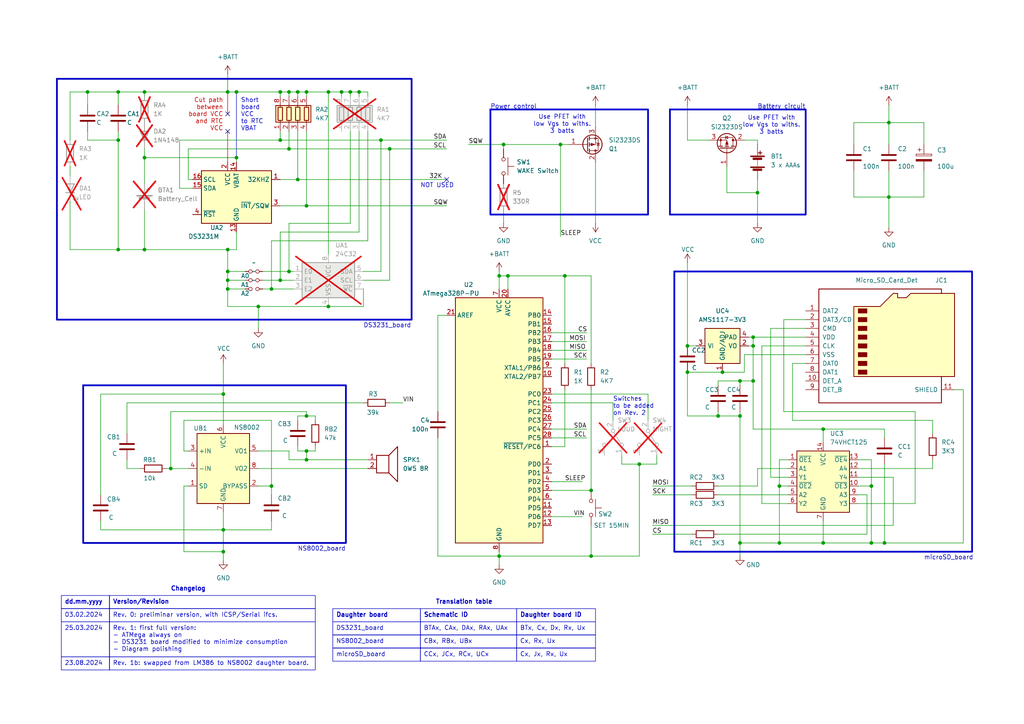
<source format=kicad_sch>
(kicad_sch (version 20231120) (generator "eeschema") (generator_version "8.0")
  (paper "A4")
  (title_block (title "Seikosha80 Westminster Chimer") (rev "1b") (comment 1 "and \"http://gammon.com.au/images/Arduino/HHS_Temperature_Logger1.png\"") (comment 2 "Loosely based on \"http://www.gammon.com.au/forum/?id=12106\""))
  (lib_symbols
    (symbol "+BATT_1" (power) (pin_names (offset 0))
      (property "Value" "+BATT_1" (at 0 5.08 0))
      (symbol "+BATT_1_1_1"
        (pin power_in line (at 0 0 90) (length 0) hide (name "+BATT") (number "1"))
      )
    )
    (symbol "AMS1117-3V3:AMS1117-3V3" (pin_names (offset 0.762))
      (property "Reference" "U" (at 2.54 -6.35 0))
      (property "Value" "AMS1117-3V3" (at 0 6.35 0))
      (property "Datasheet" "http://www.ti.com/lit/ds/symlink/lm1117.pdf" (at 2.54 -6.35 0))
      (symbol "AMS1117-3V3_1_1"
        (pin passive line (at 0 -7.62 90) (length 2.54) (name "GND/ADJ") (number "1"))
        (pin power_out line (at 7.62 0 180) (length 2.54) (name "VO") (number "2"))
        (pin power_in line (at -7.62 0 0) (length 2.54) (name "VI") (number "3"))
        (pin power_out line (at 7.62 2.54 180) (length 2.54) (name "PAD") (number "4"))
      )
    )
    (symbol "Amplifier_Audio:LM4810"
      (property "Reference" "U1" (at 2.1941 15.24 0))
      (property "Value" "NS8002" (at 2.1941 12.7 0))
      (symbol "LM4810_1_1"
        (pin input line (at -10.16 -5.08 0) (length 2.54) (name "SD") (number "1"))
        (pin passive line (at 10.16 -5.08 180) (length 2.54) (name "BYPASS") (number "2"))
        (pin input line (at -10.16 5.08 0) (length 2.54) (name "+IN") (number "3"))
        (pin input line (at -10.16 0 0) (length 2.54) (name "-IN") (number "4"))
        (pin output line (at 10.16 5.08 180) (length 2.54) (name "VO1") (number "5"))
        (pin power_in line (at 0 12.7 270) (length 2.54) (name "VCC") (number "6"))
        (pin power_in line (at 0 -12.7 90) (length 2.54) (name "GND") (number "7"))
        (pin output line (at 10.16 0 180) (length 2.54) (name "VO2") (number "8"))
      )
    )
    (symbol "Connector:Micro_SD_Card_Det" (pin_names (offset 1.016))
      (property "Reference" "J" (at -16.51 17.78 0))
      (property "Value" "Micro_SD_Card_Det" (at 16.51 17.78 0))
      (symbol "Micro_SD_Card_Det_1_1"
        (pin bidirectional line (at -22.86 10.16 0) (length 3.81) (name "DAT2") (number "1"))
        (pin passive line (at -22.86 -10.16 0) (length 3.81) (name "DET_A") (number "10"))
        (pin passive line (at 20.32 -12.7 180) (length 3.81) (name "SHIELD") (number "11"))
        (pin bidirectional line (at -22.86 7.62 0) (length 3.81) (name "DAT3/CD") (number "2"))
        (pin input line (at -22.86 5.08 0) (length 3.81) (name "CMD") (number "3"))
        (pin power_in line (at -22.86 2.54 0) (length 3.81) (name "VDD") (number "4"))
        (pin input line (at -22.86 0 0) (length 3.81) (name "CLK") (number "5"))
        (pin power_in line (at -22.86 -2.54 0) (length 3.81) (name "VSS") (number "6"))
        (pin bidirectional line (at -22.86 -5.08 0) (length 3.81) (name "DAT0") (number "7"))
        (pin bidirectional line (at -22.86 -7.62 0) (length 3.81) (name "DAT1") (number "8"))
        (pin passive line (at -22.86 -12.7 0) (length 3.81) (name "DET_B") (number "9"))
      )
    )
    (symbol "Device:Battery" (pin_numbers hide) (pin_names (offset 0) hide)
      (property "Reference" "BT" (at 2.54 2.54 0))
      (property "Value" "Battery" (at 2.54 0 0))
      (symbol "Battery_1_1"
        (pin passive line (at 0 5.08 270) (length 2.54) (name "+") (number "1"))
        (pin passive line (at 0 -5.08 90) (length 2.54) (name "-") (number "2"))
      )
    )
    (symbol "Device:Battery_Cell" (pin_numbers hide) (pin_names (offset 0) hide)
      (property "Reference" "BT" (at 2.54 2.54 0))
      (property "Value" "Battery_Cell" (at 2.54 0 0))
      (symbol "Battery_Cell_1_1"
        (pin passive line (at 0 5.08 270) (length 2.54) (name "+") (number "1"))
        (pin passive line (at 0 -2.54 90) (length 2.54) (name "-") (number "2"))
      )
    )
    (symbol "Device:C" (pin_numbers hide) (pin_names (offset 0.254))
      (property "Reference" "C" (at 0.635 2.54 0))
      (property "Value" "C" (at 0.635 -2.54 0))
      (symbol "C_1_1"
        (pin passive line (at 0 3.81 270) (length 2.794) (name "~") (number "1"))
        (pin passive line (at 0 -3.81 90) (length 2.794) (name "~") (number "2"))
      )
    )
    (symbol "Device:CP" (pin_numbers hide) (pin_names (offset 0.254))
      (property "Reference" "C" (at 0.635 2.54 0))
      (property "Value" "CP" (at 0.635 -2.54 0))
      (symbol "CP_1_1"
        (pin passive line (at 0 3.81 270) (length 2.794) (name "~") (number "1"))
        (pin passive line (at 0 -3.81 90) (length 2.794) (name "~") (number "2"))
      )
    )
    (symbol "Device:Jumper_NO_Small" (pin_numbers hide) (pin_names (offset 0.762) hide)
      (property "Reference" "JP" (at 0 2.032 0))
      (property "Value" "Jumper_NO_Small" (at 0.254 -1.524 0))
      (symbol "Jumper_NO_Small_0_1"
        (pin passive line (at -2.54 0 0) (length 1.016) (name "1") (number "1"))
        (pin passive line (at 2.54 0 180) (length 1.016) (name "2") (number "2"))
      )
    )
    (symbol "Device:LED" (pin_numbers hide) (pin_names (offset 1.016) hide)
      (property "Reference" "D" (at 0 2.54 0))
      (property "Value" "LED" (at 0 -2.54 0))
      (symbol "LED_1_1"
        (pin passive line (at -3.81 0 0) (length 2.54) (name "K") (number "1"))
        (pin passive line (at 3.81 0 180) (length 2.54) (name "A") (number "2"))
      )
    )
    (symbol "Device:R" (pin_numbers hide) (pin_names (offset 0))
      (property "Reference" "R" (at 2.032 0 90))
      (property "Value" "R" (at 0 0 90))
      (symbol "R_1_1"
        (pin passive line (at 0 3.81 270) (length 1.27) (name "~") (number "1"))
        (pin passive line (at 0 -3.81 90) (length 1.27) (name "~") (number "2"))
      )
    )
    (symbol "Device:R_Pack04" (pin_names (offset 0) hide)
      (property "Reference" "RN" (at -7.62 0 90))
      (property "Value" "R_Pack04" (at 5.08 0 90))
      (symbol "R_Pack04_1_1"
        (pin passive line (at -5.08 -5.08 90) (length 2.54) (name "R1.1") (number "1"))
        (pin passive line (at -2.54 -5.08 90) (length 2.54) (name "R2.1") (number "2"))
        (pin passive line (at 0 -5.08 90) (length 2.54) (name "R3.1") (number "3"))
        (pin passive line (at 2.54 -5.08 90) (length 2.54) (name "R4.1") (number "4"))
        (pin passive line (at 2.54 5.08 270) (length 2.54) (name "R4.2") (number "5"))
        (pin passive line (at 0 5.08 270) (length 2.54) (name "R3.2") (number "6"))
        (pin passive line (at -2.54 5.08 270) (length 2.54) (name "R2.2") (number "7"))
        (pin passive line (at -5.08 5.08 270) (length 2.54) (name "R1.2") (number "8"))
      )
    )
    (symbol "Device:Speaker" (pin_names (offset 0) hide)
      (property "Reference" "LS" (at 1.27 5.715 0))
      (property "Value" "Speaker" (at 1.27 3.81 0))
      (symbol "Speaker_1_1"
        (pin input line (at -5.08 0 0) (length 2.54) (name "1") (number "1"))
        (pin input line (at -5.08 -2.54 0) (length 2.54) (name "2") (number "2"))
      )
    )
    (symbol "Diode:1N4148" (pin_numbers hide) (pin_names (offset 1.016) hide)
      (property "Reference" "D" (at 0 2.54 0))
      (property "Value" "1N4148" (at 0 -2.54 0))
      (symbol "1N4148_1_1"
        (pin passive line (at -3.81 0 0) (length 2.54) (name "K") (number "1"))
        (pin passive line (at 3.81 0 180) (length 2.54) (name "A") (number "2"))
      )
    )
    (symbol "MCU_Microchip_ATmega:ATmega328P-P"
      (property "Reference" "U" (at -12.7 36.83 0))
      (property "Value" "ATmega328P-P" (at 2.54 -36.83 0))
      (symbol "ATmega328P-P_1_1"
        (pin bidirectional line (at 15.24 -7.62 180) (length 2.54) (name "~{RESET}/PC6") (number "1"))
        (pin bidirectional line (at 15.24 12.7 180) (length 2.54) (name "XTAL2/PB7") (number "10"))
        (pin bidirectional line (at 15.24 -25.4 180) (length 2.54) (name "PD5") (number "11"))
        (pin bidirectional line (at 15.24 -27.94 180) (length 2.54) (name "PD6") (number "12"))
        (pin bidirectional line (at 15.24 -30.48 180) (length 2.54) (name "PD7") (number "13"))
        (pin bidirectional line (at 15.24 30.48 180) (length 2.54) (name "PB0") (number "14"))
        (pin bidirectional line (at 15.24 27.94 180) (length 2.54) (name "PB1") (number "15"))
        (pin bidirectional line (at 15.24 25.4 180) (length 2.54) (name "PB2") (number "16"))
        (pin bidirectional line (at 15.24 22.86 180) (length 2.54) (name "PB3") (number "17"))
        (pin bidirectional line (at 15.24 20.32 180) (length 2.54) (name "PB4") (number "18"))
        (pin bidirectional line (at 15.24 17.78 180) (length 2.54) (name "PB5") (number "19"))
        (pin bidirectional line (at 15.24 -12.7 180) (length 2.54) (name "PD0") (number "2"))
        (pin power_in line (at 2.54 38.1 270) (length 2.54) (name "AVCC") (number "20"))
        (pin passive line (at -15.24 30.48 0) (length 2.54) (name "AREF") (number "21"))
        (pin passive line (at 0 -38.1 90) (length 2.54) hide (name "GND") (number "22"))
        (pin bidirectional line (at 15.24 7.62 180) (length 2.54) (name "PC0") (number "23"))
        (pin bidirectional line (at 15.24 5.08 180) (length 2.54) (name "PC1") (number "24"))
        (pin bidirectional line (at 15.24 2.54 180) (length 2.54) (name "PC2") (number "25"))
        (pin bidirectional line (at 15.24 0 180) (length 2.54) (name "PC3") (number "26"))
        (pin bidirectional line (at 15.24 -2.54 180) (length 2.54) (name "PC4") (number "27"))
        (pin bidirectional line (at 15.24 -5.08 180) (length 2.54) (name "PC5") (number "28"))
        (pin bidirectional line (at 15.24 -15.24 180) (length 2.54) (name "PD1") (number "3"))
        (pin bidirectional line (at 15.24 -17.78 180) (length 2.54) (name "PD2") (number "4"))
        (pin bidirectional line (at 15.24 -20.32 180) (length 2.54) (name "PD3") (number "5"))
        (pin bidirectional line (at 15.24 -22.86 180) (length 2.54) (name "PD4") (number "6"))
        (pin power_in line (at 0 38.1 270) (length 2.54) (name "VCC") (number "7"))
        (pin power_in line (at 0 -38.1 90) (length 2.54) (name "GND") (number "8"))
        (pin bidirectional line (at 15.24 15.24 180) (length 2.54) (name "XTAL1/PB6") (number "9"))
      )
    )
    (symbol "Memory_EEPROM:CAT24C256"
      (property "Reference" "U3" (at 1.9559 10.16 0))
      (property "Value" "74VHCT125" (at 1.9559 7.62 0))
      (symbol "CAT24C256_1_1"
        (pin input line (at -10.16 2.54 0) (length 2.54) (name "~{OE1}") (number "1"))
        (pin input line (at 10.16 -5.08 180) (length 2.54) (name "~{OE3}") (number "10"))
        (pin output line (at 10.16 -2.54 180) (length 2.54) (name "Y4") (number "11"))
        (pin input line (at 10.16 0 180) (length 2.54) (name "A4") (number "12"))
        (pin input line (at 10.16 2.54 180) (length 2.54) (name "~{OE4}") (number "13"))
        (pin power_in line (at 0 7.62 270) (length 2.54) (name "VCC") (number "14"))
        (pin input line (at -10.16 0 0) (length 2.54) (name "A1") (number "2"))
        (pin output line (at -10.16 -2.54 0) (length 2.54) (name "Y1") (number "3"))
        (pin input line (at -10.16 -5.08 0) (length 2.54) (name "~{OE2}") (number "4"))
        (pin input line (at -10.16 -7.62 0) (length 2.54) (name "A2") (number "5"))
        (pin output line (at -10.16 -10.16 0) (length 2.54) (name "Y2") (number "6"))
        (pin power_in line (at 0 -15.24 90) (length 2.54) (name "GND") (number "7"))
        (pin output line (at 10.16 -10.16 180) (length 2.54) (name "Y3") (number "8"))
        (pin input line (at 10.16 -7.62 180) (length 2.54) (name "A3") (number "9"))
      )
    )
    (symbol "Memory_EEPROM:M24C02-FDW"
      (property "Reference" "U" (at -6.35 6.35 0))
      (property "Value" "M24C02-FDW" (at 7.62 6.35 0))
      (symbol "M24C02-FDW_1_1"
        (pin input line (at -10.16 2.54 0) (length 2.54) (name "E0") (number "1"))
        (pin input line (at -10.16 0 0) (length 2.54) (name "E1") (number "2"))
        (pin input line (at -10.16 -2.54 0) (length 2.54) (name "E2") (number "3"))
        (pin power_in line (at 0 -7.62 90) (length 2.54) (name "VSS") (number "4"))
        (pin bidirectional line (at 10.16 2.54 180) (length 2.54) (name "SDA") (number "5"))
        (pin input line (at 10.16 0 180) (length 2.54) (name "SCL") (number "6"))
        (pin input line (at 10.16 -2.54 180) (length 2.54) (name "~{WC}") (number "7"))
        (pin power_in line (at 0 7.62 270) (length 2.54) (name "VCC") (number "8"))
      )
    )
    (symbol "Switch:SW_Push" (pin_numbers hide) (pin_names (offset 1.016) hide)
      (property "Reference" "SW" (at 1.27 2.54 0))
      (property "Value" "SW_Push" (at 0 -1.524 0))
      (symbol "SW_Push_0_1"
        (pin passive line (at -5.08 0 0) (length 2.54) (name "1") (number "1"))
        (pin passive line (at 5.08 0 180) (length 2.54) (name "2") (number "2"))
      )
    )
    (symbol "Switch:SW_SPDT" (pin_names (offset 0) hide)
      (property "Reference" "SW" (at 0 4.318 0))
      (property "Value" "SW_SPDT" (at 0 -5.08 0))
      (symbol "SW_SPDT_1_1"
        (pin passive line (at 5.08 2.54 180) (length 2.54) (name "A") (number "1"))
        (pin passive line (at -5.08 0 0) (length 2.54) (name "B") (number "2"))
        (pin passive line (at 5.08 -2.54 180) (length 2.54) (name "C") (number "3"))
      )
    )
    (symbol "Timer_RTC:DS3231M"
      (property "Reference" "U" (at -7.62 8.89 0))
      (property "Value" "DS3231M" (at 10.16 8.89 0))
      (symbol "DS3231M_1_1"
        (pin open_collector line (at 12.7 5.08 180) (length 2.54) (name "32KHZ") (number "1"))
        (pin passive line (at 0 -10.16 90) (length 2.54) hide (name "GND") (number "10"))
        (pin passive line (at 0 -10.16 90) (length 2.54) hide (name "GND") (number "11"))
        (pin passive line (at 0 -10.16 90) (length 2.54) hide (name "GND") (number "12"))
        (pin power_in line (at 0 -10.16 90) (length 2.54) (name "GND") (number "13"))
        (pin power_in line (at 0 10.16 270) (length 2.54) (name "VBAT") (number "14"))
        (pin bidirectional line (at -12.7 2.54 0) (length 2.54) (name "SDA") (number "15"))
        (pin input line (at -12.7 5.08 0) (length 2.54) (name "SCL") (number "16"))
        (pin power_in line (at -2.54 10.16 270) (length 2.54) (name "VCC") (number "2"))
        (pin open_collector line (at 12.7 -2.54 180) (length 2.54) (name "~{INT}/SQW") (number "3"))
        (pin bidirectional line (at -12.7 -5.08 0) (length 2.54) (name "~{RST}") (number "4"))
        (pin passive line (at 0 -10.16 90) (length 2.54) hide (name "GND") (number "5"))
        (pin passive line (at 0 -10.16 90) (length 2.54) hide (name "GND") (number "6"))
        (pin passive line (at 0 -10.16 90) (length 2.54) hide (name "GND") (number "7"))
        (pin passive line (at 0 -10.16 90) (length 2.54) hide (name "GND") (number "8"))
        (pin passive line (at 0 -10.16 90) (length 2.54) hide (name "GND") (number "9"))
      )
    )
    (symbol "Transistor_FET:FQP27P06" (pin_names hide)
      (property "Reference" "Q" (at 5.08 1.905 0))
      (property "Value" "FQP27P06" (at 5.08 0 0))
      (symbol "FQP27P06_1_1"
        (pin input line (at -5.08 0 0) (length 2.54) (name "G") (number "1"))
        (pin passive line (at 2.54 5.08 270) (length 2.54) (name "D") (number "2"))
        (pin passive line (at 2.54 -5.08 90) (length 2.54) (name "S") (number "3"))
      )
    )
    (symbol "power:+BATT" (power) (pin_names (offset 0))
      (property "Value" "+BATT" (at 0 3.556 0))
      (symbol "+BATT_1_1"
        (pin power_in line (at 0 0 90) (length 0) hide (name "+BATT") (number "1"))
      )
    )
    (symbol "power:GND" (power) (pin_names (offset 0))
      (property "Value" "GND" (at 0 -3.81 0))
      (symbol "GND_1_1"
        (pin power_in line (at 0 0 270) (length 0) hide (name "GND") (number "1"))
      )
    )
    (symbol "power:VCC" (power) (pin_names (offset 0))
      (property "Value" "VCCSW" (at 0 5.08 0))
      (symbol "VCC_1_1"
        (pin power_in line (at 0 0 90) (length 0) hide (name "VCC") (number "1"))
      )
    )
  )
  (junction (at 78.74 140.97))
  (junction (at 64.77 160.02))
  (junction (at 163.83 80.01))
  (junction (at 226.06 157.48))
  (junction (at 83.82 26.67))
  (junction (at 78.74 83.82))
  (junction (at 171.45 142.24))
  (junction (at 219.71 55.88))
  (junction (at 25.4 26.67))
  (junction (at 34.29 72.39))
  (junction (at 257.81 57.15))
  (junction (at 86.36 52.07))
  (junction (at 83.82 78.74))
  (junction (at 162.56 41.91))
  (junction (at 88.9 59.69))
  (junction (at 199.39 100.33))
  (junction (at 147.32 80.01))
  (junction (at 238.76 157.48))
  (junction (at 41.91 26.67))
  (junction (at 199.39 107.95))
  (junction (at 208.28 120.65))
  (junction (at 218.44 110.49))
  (junction (at 88.9 26.67))
  (junction (at 74.93 88.9))
  (junction (at 218.44 100.33))
  (junction (at 66.04 81.28))
  (junction (at 214.63 157.48))
  (junction (at 110.49 40.64))
  (junction (at 256.54 157.48))
  (junction (at 41.91 72.39))
  (junction (at 81.28 40.64))
  (junction (at 238.76 124.46))
  (junction (at 83.82 43.18))
  (junction (at 101.6 26.67))
  (junction (at 252.73 140.97))
  (junction (at 104.14 26.67))
  (junction (at 209.55 107.95))
  (junction (at 34.29 26.67))
  (junction (at 66.04 72.39))
  (junction (at 68.58 26.67))
  (junction (at 81.28 81.28))
  (junction (at 88.9 133.35))
  (junction (at 41.91 45.72))
  (junction (at 171.45 161.29))
  (junction (at 99.06 26.67))
  (junction (at 95.25 88.9))
  (junction (at 66.04 78.74))
  (junction (at 146.05 41.91))
  (junction (at 66.04 83.82))
  (junction (at 113.03 43.18))
  (junction (at 81.28 26.67))
  (junction (at 68.58 45.72))
  (junction (at 49.53 135.89))
  (junction (at 226.06 140.97))
  (junction (at 86.36 26.67))
  (junction (at 252.73 157.48))
  (junction (at 257.81 35.56))
  (junction (at 144.78 161.29))
  (junction (at 66.04 26.67))
  (junction (at 95.25 26.67))
  (junction (at 34.29 40.64))
  (junction (at 144.78 80.01))
  (junction (at 88.9 120.65))
  (junction (at 218.44 97.79))
  (junction (at 88.9 130.81))
  (junction (at 214.63 120.65))
  (junction (at 185.42 134.62))
  (junction (at 214.63 110.49))
  (junction (at 64.77 153.67))
  (junction (at 64.77 114.3))
  (no_connect (at 66.04 33.02))
  (no_connect (at 129.54 52.07))
  (no_connect (at 66.04 38.1))
  (wire (pts (xy 267.97 57.15) (xy 257.81 57.15)))
  (wire (pts (xy 218.44 100.33) (xy 218.44 110.49)))
  (wire (pts (xy 257.81 57.15) (xy 257.81 66.04)))
  (wire (pts (xy 88.9 133.35) (xy 83.82 133.35)))
  (wire (pts (xy 64.77 114.3) (xy 64.77 123.19)))
  (wire (pts (xy 162.56 41.91) (xy 162.56 68.58)))
  (wire (pts (xy 68.58 26.67) (xy 68.58 45.72)) (stroke (width 0) (color 0 0 194 1)))
  (wire (pts (xy 214.63 110.49) (xy 214.63 111.76)))
  (wire (pts (xy 233.68 105.41) (xy 229.87 105.41)))
  (wire (pts (xy 180.34 132.08) (xy 180.34 134.62)))
  (wire (pts (xy 208.28 154.94) (xy 251.46 154.94)))
  (wire (pts (xy 88.9 130.81) (xy 91.44 130.81)))
  (wire (pts (xy 25.4 26.67) (xy 34.29 26.67)))
  (wire (pts (xy 83.82 43.18) (xy 113.03 43.18)))
  (wire (pts (xy 199.39 40.64) (xy 205.74 40.64)))
  (wire (pts (xy 171.45 152.4) (xy 171.45 161.29)))
  (wire (pts (xy 86.36 52.07) (xy 81.28 52.07)))
  (wire (pts (xy 248.92 140.97) (xy 252.73 140.97)))
  (wire (pts (xy 78.74 69.85) (xy 78.74 83.82)))
  (wire (pts (xy 36.83 133.35) (xy 36.83 135.89)))
  (wire (pts (xy 247.65 57.15) (xy 257.81 57.15)))
  (wire (pts (xy 86.36 130.81) (xy 88.9 130.81)))
  (wire (pts (xy 104.14 26.67) (xy 106.68 26.67)))
  (wire (pts (xy 41.91 45.72) (xy 41.91 53.34)))
  (wire (pts (xy 36.83 116.84) (xy 105.41 116.84)))
  (wire (pts (xy 189.23 154.94) (xy 200.66 154.94)))
  (wire (pts (xy 81.28 40.64) (xy 110.49 40.64)))
  (wire (pts (xy 64.77 160.02) (xy 64.77 162.56)))
  (wire (pts (xy 49.53 119.38) (xy 88.9 119.38)))
  (wire (pts (xy 127 127) (xy 127 161.29)))
  (wire (pts (xy 88.9 26.67) (xy 95.25 26.67)))
  (wire (pts (xy 177.8 116.84) (xy 177.8 121.92)))
  (wire (pts (xy 189.23 152.4) (xy 259.08 152.4)))
  (wire (pts (xy 160.02 142.24) (xy 171.45 142.24)))
  (wire (pts (xy 95.25 26.67) (xy 99.06 26.67)))
  (wire (pts (xy 76.2 83.82) (xy 78.74 83.82)))
  (wire (pts (xy 187.96 114.3) (xy 187.96 121.92)))
  (wire (pts (xy 64.77 114.3) (xy 29.21 114.3)))
  (wire (pts (xy 218.44 124.46) (xy 238.76 124.46)))
  (wire (pts (xy 210.82 55.88) (xy 219.71 55.88)))
  (wire (pts (xy 41.91 45.72) (xy 68.58 45.72)))
  (wire (pts (xy 228.6 135.89) (xy 219.71 135.89)))
  (wire (pts (xy 160.02 149.86) (xy 168.91 149.86)))
  (wire (pts (xy 34.29 38.1) (xy 34.29 40.64)))
  (wire (pts (xy 199.39 120.65) (xy 199.39 107.95)))
  (wire (pts (xy 256.54 157.48) (xy 252.73 157.48)))
  (wire (pts (xy 81.28 81.28) (xy 85.09 81.28)))
  (wire (pts (xy 259.08 138.43) (xy 259.08 152.4)))
  (wire (pts (xy 279.4 113.03) (xy 279.4 157.48)))
  (wire (pts (xy 189.23 140.97) (xy 200.66 140.97)))
  (wire (pts (xy 68.58 72.39) (xy 68.58 67.31)))
  (wire (pts (xy 66.04 26.67) (xy 68.58 26.67)))
  (wire (pts (xy 247.65 41.91) (xy 247.65 35.56)))
  (wire (pts (xy 81.28 40.64) (xy 81.28 38.1)))
  (wire (pts (xy 53.34 121.92) (xy 78.74 121.92)))
  (wire (pts (xy 248.92 133.35) (xy 252.73 133.35)))
  (wire (pts (xy 86.36 121.92) (xy 86.36 120.65)))
  (wire (pts (xy 144.78 161.29) (xy 144.78 163.83)))
  (wire (pts (xy 113.03 43.18) (xy 129.54 43.18)))
  (wire (pts (xy 160.02 114.3) (xy 187.96 114.3)))
  (wire (pts (xy 36.83 116.84) (xy 36.83 125.73)))
  (wire (pts (xy 147.32 80.01) (xy 144.78 80.01)))
  (wire (pts (xy 86.36 129.54) (xy 86.36 130.81)))
  (wire (pts (xy 99.06 26.67) (xy 101.6 26.67)))
  (wire (pts (xy 279.4 157.48) (xy 256.54 157.48)))
  (wire (pts (xy 66.04 81.28) (xy 66.04 83.82)))
  (wire (pts (xy 88.9 26.67) (xy 88.9 27.94)))
  (wire (pts (xy 146.05 41.91) (xy 162.56 41.91)))
  (wire (pts (xy 144.78 161.29) (xy 171.45 161.29)))
  (wire (pts (xy 81.28 67.31) (xy 81.28 81.28)))
  (wire (pts (xy 171.45 105.41) (xy 171.45 80.01)))
  (wire (pts (xy 233.68 100.33) (xy 220.98 100.33)))
  (wire (pts (xy 163.83 80.01) (xy 147.32 80.01)))
  (wire (pts (xy 105.41 83.82) (xy 105.41 88.9)))
  (wire (pts (xy 270.51 135.89) (xy 270.51 133.35)))
  (wire (pts (xy 25.4 26.67) (xy 20.32 26.67)))
  (wire (pts (xy 185.42 134.62) (xy 190.5 134.62)))
  (wire (pts (xy 83.82 78.74) (xy 85.09 78.74)))
  (wire (pts (xy 83.82 26.67) (xy 86.36 26.67)))
  (wire (pts (xy 88.9 59.69) (xy 129.54 59.69)))
  (wire (pts (xy 144.78 80.01) (xy 144.78 83.82)))
  (wire (pts (xy 267.97 49.53) (xy 267.97 57.15)))
  (wire (pts (xy 83.82 133.35) (xy 83.82 130.81)))
  (wire (pts (xy 68.58 26.67) (xy 81.28 26.67)))
  (wire (pts (xy 220.98 146.05) (xy 228.6 146.05)))
  (wire (pts (xy 270.51 121.92) (xy 270.51 125.73)))
  (wire (pts (xy 113.03 116.84) (xy 116.84 116.84)))
  (wire (pts (xy 199.39 30.48) (xy 199.39 40.64)))
  (wire (pts (xy 223.52 95.25) (xy 233.68 95.25)))
  (wire (pts (xy 238.76 128.27) (xy 238.76 124.46)))
  (wire (pts (xy 257.81 30.48) (xy 257.81 35.56)))
  (wire (pts (xy 78.74 151.13) (xy 78.74 153.67)))
  (wire (pts (xy 53.34 140.97) (xy 53.34 160.02)))
  (wire (pts (xy 218.44 97.79) (xy 233.68 97.79)))
  (wire (pts (xy 228.6 133.35) (xy 226.06 133.35)))
  (wire (pts (xy 217.17 100.33) (xy 218.44 100.33)))
  (wire (pts (xy 162.56 41.91) (xy 165.1 41.91)))
  (wire (pts (xy 86.36 120.65) (xy 88.9 120.65)))
  (wire (pts (xy 66.04 83.82) (xy 66.04 88.9)))
  (wire (pts (xy 214.63 157.48) (xy 226.06 157.48)))
  (wire (pts (xy 83.82 130.81) (xy 74.93 130.81)))
  (wire (pts (xy 86.36 52.07) (xy 129.54 52.07)))
  (wire (pts (xy 210.82 48.26) (xy 210.82 55.88)))
  (wire (pts (xy 160.02 101.6) (xy 170.18 101.6)))
  (wire (pts (xy 48.26 135.89) (xy 49.53 135.89)))
  (wire (pts (xy 214.63 157.48) (xy 214.63 161.29)))
  (wire (pts (xy 83.82 43.18) (xy 83.82 38.1)))
  (wire (pts (xy 91.44 120.65) (xy 91.44 121.92)))
  (wire (pts (xy 163.83 105.41) (xy 163.83 80.01)))
  (wire (pts (xy 160.02 124.46) (xy 170.18 124.46)))
  (wire (pts (xy 86.36 26.67) (xy 86.36 27.94)))
  (wire (pts (xy 219.71 40.64) (xy 219.71 41.91)))
  (wire (pts (xy 172.72 46.99) (xy 172.72 64.77)))
  (wire (pts (xy 55.88 52.07) (xy 54.61 52.07)))
  (wire (pts (xy 88.9 119.38) (xy 88.9 120.65)))
  (wire (pts (xy 74.93 95.25) (xy 74.93 88.9)))
  (wire (pts (xy 34.29 72.39) (xy 41.91 72.39)))
  (wire (pts (xy 66.04 83.82) (xy 71.12 83.82)))
  (wire (pts (xy 105.41 78.74) (xy 110.49 78.74)))
  (wire (pts (xy 104.14 67.31) (xy 81.28 67.31)))
  (wire (pts (xy 247.65 35.56) (xy 257.81 35.56)))
  (wire (pts (xy 66.04 26.67) (xy 66.04 33.02)) (stroke (width 0) (color 194 0 0 1)))
  (wire (pts (xy 218.44 97.79) (xy 218.44 100.33)))
  (wire (pts (xy 110.49 78.74) (xy 110.49 40.64)))
  (wire (pts (xy 160.02 116.84) (xy 177.8 116.84)))
  (wire (pts (xy 25.4 26.67) (xy 25.4 30.48)))
  (wire (pts (xy 215.9 107.95) (xy 209.55 107.95)))
  (wire (pts (xy 215.9 102.87) (xy 215.9 107.95)))
  (wire (pts (xy 248.92 143.51) (xy 251.46 143.51)))
  (wire (pts (xy 251.46 143.51) (xy 251.46 154.94)))
  (wire (pts (xy 106.68 26.67) (xy 106.68 27.94)))
  (wire (pts (xy 78.74 153.67) (xy 64.77 153.67)))
  (wire (pts (xy 228.6 138.43) (xy 223.52 138.43)))
  (wire (pts (xy 229.87 105.41) (xy 229.87 121.92)))
  (wire (pts (xy 29.21 114.3) (xy 29.21 143.51)))
  (wire (pts (xy 163.83 129.54) (xy 163.83 113.03)))
  (wire (pts (xy 248.92 138.43) (xy 259.08 138.43)))
  (wire (pts (xy 171.45 113.03) (xy 171.45 142.24)))
  (wire (pts (xy 81.28 26.67) (xy 81.28 27.94)))
  (wire (pts (xy 54.61 52.07) (xy 54.61 43.18)))
  (wire (pts (xy 110.49 40.64) (xy 129.54 40.64)))
  (wire (pts (xy 25.4 40.64) (xy 34.29 40.64)))
  (wire (pts (xy 265.43 146.05) (xy 265.43 119.38)))
  (wire (pts (xy 214.63 110.49) (xy 218.44 110.49)))
  (wire (pts (xy 53.34 130.81) (xy 53.34 121.92)))
  (wire (pts (xy 146.05 41.91) (xy 146.05 43.18)))
  (wire (pts (xy 34.29 26.67) (xy 34.29 30.48)))
  (wire (pts (xy 229.87 121.92) (xy 270.51 121.92)))
  (wire (pts (xy 214.63 120.65) (xy 214.63 157.48)))
  (wire (pts (xy 76.2 78.74) (xy 83.82 78.74)))
  (wire (pts (xy 267.97 41.91) (xy 267.97 35.56)))
  (wire (pts (xy 226.06 140.97) (xy 228.6 140.97)))
  (wire (pts (xy 238.76 157.48) (xy 226.06 157.48)))
  (wire (pts (xy 52.07 54.61) (xy 52.07 40.64)))
  (wire (pts (xy 20.32 72.39) (xy 34.29 72.39)))
  (wire (pts (xy 88.9 120.65) (xy 91.44 120.65)))
  (wire (pts (xy 160.02 99.06) (xy 170.18 99.06)))
  (wire (pts (xy 66.04 78.74) (xy 66.04 81.28)))
  (wire (pts (xy 256.54 127) (xy 256.54 124.46)))
  (wire (pts (xy 49.53 135.89) (xy 54.61 135.89)))
  (wire (pts (xy 199.39 107.95) (xy 209.55 107.95)))
  (wire (pts (xy 81.28 59.69) (xy 88.9 59.69)))
  (wire (pts (xy 101.6 26.67) (xy 101.6 27.94)))
  (wire (pts (xy 99.06 26.67) (xy 99.06 27.94)))
  (wire (pts (xy 252.73 140.97) (xy 252.73 157.48)))
  (wire (pts (xy 218.44 110.49) (xy 218.44 124.46)))
  (wire (pts (xy 219.71 55.88) (xy 219.71 64.77)))
  (wire (pts (xy 41.91 26.67) (xy 41.91 27.94)))
  (wire (pts (xy 88.9 38.1) (xy 88.9 59.69)))
  (wire (pts (xy 91.44 130.81) (xy 91.44 129.54)))
  (wire (pts (xy 20.32 48.26) (xy 20.32 50.8)))
  (wire (pts (xy 208.28 120.65) (xy 199.39 120.65)))
  (wire (pts (xy 160.02 127) (xy 170.18 127)))
  (wire (pts (xy 55.88 54.61) (xy 52.07 54.61)))
  (wire (pts (xy 54.61 130.81) (xy 53.34 130.81)))
  (wire (pts (xy 257.81 49.53) (xy 257.81 57.15)))
  (wire (pts (xy 34.29 40.64) (xy 34.29 72.39)))
  (wire (pts (xy 86.36 38.1) (xy 86.36 52.07)))
  (wire (pts (xy 64.77 105.41) (xy 64.77 114.3)))
  (wire (pts (xy 199.39 100.33) (xy 199.39 76.2)))
  (wire (pts (xy 64.77 153.67) (xy 64.77 160.02)))
  (wire (pts (xy 68.58 45.72) (xy 68.58 46.99)))
  (wire (pts (xy 66.04 72.39) (xy 68.58 72.39)))
  (wire (pts (xy 219.71 135.89) (xy 219.71 140.97)))
  (wire (pts (xy 226.06 133.35) (xy 226.06 140.97)))
  (wire (pts (xy 52.07 40.64) (xy 81.28 40.64)))
  (wire (pts (xy 66.04 78.74) (xy 71.12 78.74)))
  (wire (pts (xy 104.14 26.67) (xy 104.14 27.94)))
  (wire (pts (xy 66.04 81.28) (xy 71.12 81.28)))
  (wire (pts (xy 20.32 58.42) (xy 20.32 72.39)))
  (wire (pts (xy 101.6 38.1) (xy 101.6 64.77)))
  (wire (pts (xy 276.86 113.03) (xy 279.4 113.03)))
  (wire (pts (xy 227.33 119.38) (xy 227.33 92.71)))
  (wire (pts (xy 256.54 134.62) (xy 256.54 157.48)))
  (wire (pts (xy 208.28 119.38) (xy 208.28 120.65)))
  (wire (pts (xy 185.42 134.62) (xy 180.34 134.62)))
  (wire (pts (xy 215.9 40.64) (xy 219.71 40.64)))
  (wire (pts (xy 41.91 45.72) (xy 41.91 43.18)))
  (wire (pts (xy 95.25 26.67) (xy 95.25 73.66)))
  (wire (pts (xy 66.04 38.1) (xy 66.04 46.99)) (stroke (width 0) (color 194 0 0 1)))
  (wire (pts (xy 189.23 143.51) (xy 200.66 143.51)))
  (wire (pts (xy 171.45 80.01) (xy 163.83 80.01)))
  (wire (pts (xy 41.91 72.39) (xy 66.04 72.39)))
  (wire (pts (xy 226.06 140.97) (xy 226.06 157.48)))
  (wire (pts (xy 160.02 129.54) (xy 163.83 129.54)))
  (wire (pts (xy 106.68 133.35) (xy 88.9 133.35)))
  (wire (pts (xy 127 161.29) (xy 144.78 161.29)))
  (wire (pts (xy 105.41 81.28) (xy 113.03 81.28)))
  (wire (pts (xy 227.33 92.71) (xy 233.68 92.71)))
  (wire (pts (xy 104.14 26.67) (xy 101.6 26.67)))
  (wire (pts (xy 223.52 138.43) (xy 223.52 95.25)))
  (wire (pts (xy 190.5 132.08) (xy 190.5 134.62)))
  (wire (pts (xy 104.14 38.1) (xy 104.14 67.31)))
  (wire (pts (xy 74.93 88.9) (xy 95.25 88.9)))
  (wire (pts (xy 83.82 64.77) (xy 83.82 78.74)))
  (wire (pts (xy 208.28 140.97) (xy 219.71 140.97)))
  (wire (pts (xy 88.9 26.67) (xy 86.36 26.67)))
  (wire (pts (xy 160.02 139.7) (xy 168.91 139.7)))
  (wire (pts (xy 54.61 140.97) (xy 53.34 140.97)))
  (wire (pts (xy 53.34 160.02) (xy 64.77 160.02)))
  (wire (pts (xy 78.74 83.82) (xy 85.09 83.82)))
  (wire (pts (xy 208.28 143.51) (xy 228.6 143.51)))
  (wire (pts (xy 248.92 146.05) (xy 265.43 146.05)))
  (wire (pts (xy 36.83 135.89) (xy 40.64 135.89)))
  (wire (pts (xy 129.54 91.44) (xy 127 91.44)))
  (wire (pts (xy 208.28 111.76) (xy 208.28 110.49)))
  (wire (pts (xy 83.82 26.67) (xy 83.82 27.94)))
  (wire (pts (xy 220.98 100.33) (xy 220.98 146.05)))
  (wire (pts (xy 78.74 121.92) (xy 78.74 140.97)))
  (wire (pts (xy 214.63 119.38) (xy 214.63 120.65)))
  (wire (pts (xy 76.2 81.28) (xy 81.28 81.28)))
  (wire (pts (xy 146.05 64.77) (xy 146.05 60.96)))
  (wire (pts (xy 135.89 41.91) (xy 146.05 41.91)))
  (wire (pts (xy 74.93 140.97) (xy 78.74 140.97)))
  (wire (pts (xy 20.32 26.67) (xy 20.32 40.64)))
  (wire (pts (xy 29.21 153.67) (xy 64.77 153.67)))
  (wire (pts (xy 78.74 140.97) (xy 78.74 143.51)))
  (wire (pts (xy 88.9 133.35) (xy 88.9 130.81)))
  (wire (pts (xy 25.4 38.1) (xy 25.4 40.64)))
  (wire (pts (xy 127 91.44) (xy 127 119.38)))
  (wire (pts (xy 233.68 102.87) (xy 215.9 102.87)))
  (wire (pts (xy 160.02 96.52) (xy 170.18 96.52)))
  (wire (pts (xy 74.93 135.89) (xy 106.68 135.89)))
  (wire (pts (xy 49.53 119.38) (xy 49.53 135.89)))
  (wire (pts (xy 208.28 120.65) (xy 214.63 120.65)))
  (wire (pts (xy 247.65 49.53) (xy 247.65 57.15)))
  (wire (pts (xy 54.61 43.18) (xy 83.82 43.18)))
  (wire (pts (xy 29.21 151.13) (xy 29.21 153.67)))
  (wire (pts (xy 248.92 135.89) (xy 270.51 135.89)))
  (wire (pts (xy 66.04 72.39) (xy 66.04 78.74)))
  (wire (pts (xy 147.32 83.82) (xy 147.32 80.01)))
  (wire (pts (xy 256.54 124.46) (xy 238.76 124.46)))
  (wire (pts (xy 64.77 148.59) (xy 64.77 153.67)))
  (wire (pts (xy 267.97 35.56) (xy 257.81 35.56)))
  (wire (pts (xy 144.78 78.74) (xy 144.78 80.01)))
  (wire (pts (xy 252.73 157.48) (xy 238.76 157.48)))
  (wire (pts (xy 265.43 119.38) (xy 227.33 119.38)))
  (wire (pts (xy 83.82 26.67) (xy 81.28 26.67)))
  (wire (pts (xy 34.29 26.67) (xy 41.91 26.67)))
  (wire (pts (xy 201.93 100.33) (xy 199.39 100.33)))
  (wire (pts (xy 106.68 69.85) (xy 78.74 69.85)))
  (wire (pts (xy 257.81 35.56) (xy 257.81 41.91)))
  (wire (pts (xy 105.41 88.9) (xy 95.25 88.9)))
  (wire (pts (xy 144.78 160.02) (xy 144.78 161.29)))
  (wire (pts (xy 238.76 151.13) (xy 238.76 157.48)))
  (wire (pts (xy 101.6 64.77) (xy 83.82 64.77)))
  (wire (pts (xy 113.03 43.18) (xy 113.03 81.28)))
  (wire (pts (xy 171.45 161.29) (xy 185.42 161.29)))
  (wire (pts (xy 66.04 26.67) (xy 41.91 26.67)))
  (wire (pts (xy 219.71 55.88) (xy 219.71 52.07)))
  (wire (pts (xy 208.28 110.49) (xy 214.63 110.49)))
  (wire (pts (xy 106.68 38.1) (xy 106.68 69.85)))
  (wire (pts (xy 217.17 97.79) (xy 218.44 97.79)))
  (wire (pts (xy 252.73 133.35) (xy 252.73 140.97)))
  (wire (pts (xy 41.91 72.39) (xy 41.91 60.96)))
  (wire (pts (xy 160.02 104.14) (xy 170.18 104.14)))
  (wire (pts (xy 172.72 30.48) (xy 172.72 36.83)))
  (wire (pts (xy 185.42 134.62) (xy 185.42 161.29)))
  (wire (pts (xy 74.93 88.9) (xy 66.04 88.9)))
  (wire (pts (xy 66.04 21.59) (xy 66.04 26.67)))
  (rectangle (start 16.51 22.86) (end 119.38 92.71) (stroke (width 0.508)))
  (rectangle (start 194.31 31.75) (end 233.68 62.23) (stroke (width 0.508)))
  (rectangle (start 195.58 78.74) (end 281.94 160.02) (stroke (width 0.508)))
  (rectangle (start 24.13 111.76) (end 100.33 157.48) (stroke (width 0.508)))
  (rectangle (start 142.24 31.75) (end 187.96 62.23) (stroke (width 0.508)))
  (text_box "Version/Revision" (at 31.75 172.72 0) (size 59.69 3.81) (effects (font (size 1.27 1.27) (thickness 0.254) (bold yes)) (justify left top)))
  (text_box "Cx, Rx, Ux" (at 149.86 184.15 0) (size 22.86 3.81) (effects (font (size 1.27 1.27)) (justify left top)))
  (text_box "DS3231_board" (at 96.52 180.34 0) (size 25.4 3.81) (effects (font (size 1.27 1.27)) (justify left top)))
  (text_box "Rev. 0: preliminar version, with ICSP/Serial ifcs." (at 31.75 176.53 0) (size 59.69 3.81) (effects (font (size 1.27 1.27)) (justify left top)))
  (text_box "microSD_board" (at 96.52 187.96 0) (size 25.4 3.81) (effects (font (size 1.27 1.27)) (justify left top)))
  (text_box "Schematic ID" (at 121.92 176.53 0) (size 27.94 3.81) (effects (font (size 1.27 1.27) (thickness 0.254) (bold yes)) (justify left top)))
  (text_box "Changelog" (at 17.78 168.91 0) (size 73.66 3.81) (stroke (width -0.0001)) (effects (font (size 1.27 1.27) (thickness 0.254) (bold yes)) (justify top)))
  (text_box "03.02.2024" (at 17.78 176.53 0) (size 13.97 3.81) (effects (font (size 1.27 1.27)) (justify left top)))
  (text_box "Cx, Jx, Rx, Ux" (at 149.86 187.96 0) (size 22.86 3.81) (effects (font (size 1.27 1.27)) (justify left top)))
  (text_box "CBx, RBx, UBx" (at 121.92 184.15 0) (size 27.94 3.81) (effects (font (size 1.27 1.27)) (justify left top)))
  (text_box "Rev. 1: first full version:\n- ATMega always on\n- DS3231 board modified to minimize consumption\n- Diagram polishing" (at 31.75 180.34 0) (size 59.69 10.16) (effects (font (size 1.27 1.27)) (justify left top)))
  (text_box "25.03.2024" (at 17.78 180.34 0) (size 13.97 10.16) (effects (font (size 1.27 1.27)) (justify left top)))
  (text_box "Rev. 1b: swapped from LM386 to NS8002 daughter board." (at 31.75 190.5 0) (size 59.69 3.81) (effects (font (size 1.27 1.27)) (justify left top)))
  (text_box "Translation table" (at 96.52 172.72 0) (size 76.2 3.81) (stroke (width -0.0001)) (effects (font (size 1.27 1.27) (thickness 0.254) (bold yes)) (justify top)))
  (text_box "23.08.2024" (at 17.78 190.5 0) (size 13.97 3.81) (effects (font (size 1.27 1.27)) (justify left top)))
  (text_box "Daughter board" (at 96.52 176.53 0) (size 25.4 3.81) (effects (font (size 1.27 1.27) (thickness 0.254) (bold yes)) (justify left top)))
  (text_box "dd.mm.yyyy" (at 17.78 172.72 0) (size 13.97 3.81) (effects (font (size 1.27 1.27) (thickness 0.254) (bold yes)) (justify left top)))
  (text_box "Daughter board ID" (at 149.86 176.53 0) (size 22.86 3.81) (effects (font (size 1.27 1.27) (thickness 0.254) (bold yes)) (justify left top)))
  (text_box "BTx, Cx, Dx, Rx, Ux" (at 149.86 180.34 0) (size 22.86 3.81) (effects (font (size 1.27 1.27)) (justify left top)))
  (text_box "BTAx, CAx, DAx, RAx, UAx" (at 121.92 180.34 0) (size 27.94 3.81) (effects (font (size 1.27 1.27)) (justify left top)))
  (text_box "CCx, JCx, RCx, UCx" (at 121.92 187.96 0) (size 27.94 3.81) (effects (font (size 1.27 1.27)) (justify left top)))
  (text_box "NS8002_board" (at 96.52 184.15 0) (size 25.4 3.81) (effects (font (size 1.27 1.27)) (justify left top)))
  (text "Battery circuit" (at 219.71 31.75 0) (effects (font (size 1.27 1.27)) (justify left bottom)))
  (text "NOT USED" (at 121.92 54.61 0) (effects (font (size 1.27 1.27)) (justify left bottom)))
  (text "microSD_board" (at 267.97 162.56 0) (effects (font (size 1.27 1.27)) (justify left bottom)))
  (text "Short\nboard\nVCC\nto RTC\nVBAT" (at 69.85 38.1 0) (effects (font (size 1.27 1.27)) (justify left bottom)))
  (text "Use PFET with\nlow Vgs to withs.\n3 batts" (at 223.774 36.322 0) (effects (font (size 1.27 1.27))))
  (text "Cut path\nbetween\nboard VCC\nand RTC\nVCC" (at 64.77 38.1 0) (effects (font (size 1.27 1.27)) (justify right bottom)))
  (text "DS3231_board" (at 105.41 95.25 0) (effects (font (size 1.27 1.27)) (justify left bottom)))
  (text "Power control" (at 142.24 31.75 0) (effects (font (size 1.27 1.27)) (justify left bottom)))
  (text "Switches\nto be added\non Rev. 2" (at 177.8 120.65 0) (effects (font (size 1.27 1.27)) (justify left bottom)))
  (text "Use PFET with\nlow Vgs to withs.\n3 batts" (at 163.068 36.068 0) (effects (font (size 1.27 1.27))))
  (text "NS8002_board" (at 86.36 160.02 0) (effects (font (size 1.27 1.27)) (justify left bottom)))
  (label "CS" (at 189.23 154.94 0))
  (label "VIN" (at 166.37 149.86 0))
  (label "SDA" (at 166.37 124.46 0))
  (label "MOSI" (at 189.23 140.97 0))
  (label "SDA" (at 125.73 40.64 0))
  (label "SQW" (at 125.73 59.69 0))
  (label "SLEEP" (at 162.56 68.58 0))
  (label "SCL" (at 166.37 127 0))
  (label "MISO" (at 189.23 152.4 0))
  (label "MOSI" (at 165.1 99.06 0))
  (label "SQW" (at 135.89 41.91 0))
  (label "SCK" (at 189.23 143.51 0))
  (label "CS" (at 167.64 96.52 0))
  (label "VIN" (at 116.84 116.84 0))
  (label "SCK" (at 166.37 104.14 0))
  (label "SCL" (at 125.73 43.18 0))
  (label "32K" (at 124.46 52.07 0))
  (label "MISO" (at 165.1 101.6 0))
  (label "SLEEP" (at 163.83 139.7 0))
  (symbol (lib_id "Device:LED") (at 20.32 54.61 90) (unit 1) (dnp yes)
    (property "Reference" "DA1" (at 22.86 54.61 90) (effects (justify right)))
    (property "Value" "LED" (at 22.86 57.15 90) (effects (justify right)))
  )
  (symbol (lib_id "Device:C") (at 78.74 147.32 0) (unit 1)
    (property "Reference" "CB2" (at 80.518 144.526 0) (effects (justify left)))
    (property "Value" "C" (at 81.788 149.606 0) (effects (justify left)))
    (property "Description" "Unpolarized capacitor" (effects (hide yes)))
  )
  (symbol (lib_id "Switch:SW_SPDT") (at 187.96 127 270) (unit 1) (dnp yes)
    (property "Reference" "SW4" (at 189.23 121.92 90) (effects (justify left)))
    (property "Value" "NIGHT" (at 189.23 124.46 90) (effects (justify left)))
  )
  (symbol (lib_id "Device:R") (at 109.22 116.84 270) (unit 1)
    (property "Reference" "R3" (at 108.204 114.3 90))
    (property "Value" "39k" (at 108.204 119.634 90))
    (property "Description" "Resistor" (effects (hide yes)))
  )
  (symbol (lib_id "Device:R") (at 270.51 129.54 0) (unit 1)
    (property "Reference" "RC4" (at 273.05 128.27 0) (effects (justify left)))
    (property "Value" "3K3" (at 273.05 130.81 0) (effects (justify left)))
  )
  (symbol (lib_id "power:VCC") (at 172.72 64.77 0) (mirror x) (unit 1)
    (property "Reference" "#PWR05" (effects (hide yes)))
    (property "Value" "VCC" (at 172.72 69.85 0))
  )
  (symbol (lib_id "Device:Battery") (at 219.71 46.99 0) (unit 1)
    (property "Reference" "BT1" (at 223.52 45.339 0) (effects (justify left)))
    (property "Value" "3 x AAAs" (at 223.52 47.879 0) (effects (justify left)))
  )
  (symbol (lib_id "Device:R_Pack04") (at 86.36 33.02 0) (unit 1)
    (property "Reference" "RA2" (at 91.44 31.75 0) (effects (justify left)))
    (property "Value" "4K7" (at 91.44 34.29 0) (effects (justify left)))
  )
  (symbol (lib_id "Device:Speaker") (at 111.76 133.35 0) (unit 1)
    (property "Reference" "SPK1" (at 116.84 133.35 0) (effects (justify left)))
    (property "Value" "0W5 8R" (at 116.84 135.89 0) (effects (justify left)))
  )
  (symbol (lib_id "Device:C") (at 34.29 34.29 0) (unit 1)
    (property "Reference" "CA1" (at 36.83 33.02 0) (effects (justify left)))
    (property "Value" "C" (at 36.83 35.56 0) (effects (justify left)))
  )
  (symbol (lib_id "Transistor_FET:FQP27P06") (at 210.82 43.18 270) (mirror x) (unit 1)
    (property "Reference" "Q2" (at 210.82 34.29 90))
    (property "Value" "Si2323DS" (at 210.82 36.83 90))
    (property "Footprint" "Package_TO_SOT_THT:TO-220-3_Vertical" (effects (hide yes)))
    (property "Datasheet" "https://www.onsemi.com/pub/Collateral/FQP27P06-D.PDF" (effects (hide yes)))
  )
  (symbol (lib_id "power:GND") (at 219.71 64.77 0) (unit 1)
    (property "Reference" "#PWR07" (effects (hide yes)))
    (property "Value" "GND" (at 219.71 69.85 0))
  )
  (symbol (lib_id "Memory_EEPROM:M24C02-FDW") (at 95.25 81.28 0) (unit 1) (dnp yes)
    (property "Reference" "UA1" (at 97.2059 71.12 0) (effects (justify left)))
    (property "Value" "24C32" (at 97.2059 73.66 0) (effects (justify left)))
    (property "Footprint" "Package_SO:TSSOP-8_4.4x3mm_P0.65mm" (effects (hide yes)))
    (property "Datasheet" "http://www.st.com/content/ccc/resource/technical/document/datasheet/b0/d8/50/40/5a/85/49/6f/DM00071904.pdf/files/DM00071904.pdf/jcr:content/translations/en.DM00071904.pdf" (effects (hide yes)))
  )
  (symbol (lib_id "Device:Jumper_NO_Small") (at 73.66 78.74 0) (unit 1)
    (property "Reference" "A0" (at 71.12 80.01 0))
    (property "Value" "~" (at 73.66 76.2 0))
  )
  (symbol (lib_id "Switch:SW_SPDT") (at 177.8 127 270) (unit 1) (dnp yes)
    (property "Reference" "SW3" (at 179.07 121.92 90) (effects (justify left)))
    (property "Value" "LOUD" (at 179.07 124.46 90) (effects (justify left)))
  )
  (symbol (lib_id "Device:R") (at 163.83 109.22 0) (unit 1)
    (property "Reference" "R1" (at 166.37 107.95 0) (effects (justify left)))
    (property "Value" "1K" (at 166.37 110.49 0) (effects (justify left)))
  )
  (symbol (lib_id "Device:R") (at 204.47 140.97 270) (unit 1)
    (property "Reference" "RC2" (at 201.93 138.43 90))
    (property "Value" "3K3" (at 208.28 138.43 90))
  )
  (symbol (lib_id "Device:C") (at 29.21 147.32 0) (unit 1)
    (property "Reference" "CB4" (at 30.988 144.78 0) (effects (justify left)))
    (property "Value" "C" (at 31.496 150.114 0) (effects (justify left)))
    (property "Description" "Unpolarized capacitor" (effects (hide yes)))
  )
  (symbol (lib_id "Switch:SW_Push") (at 171.45 147.32 270) (unit 1)
    (property "Reference" "SW2" (at 173.482 149.098 90) (effects (justify left)))
    (property "Value" "SET 15MIN" (at 172.212 152.4 90) (effects (justify left)))
  )
  (symbol (lib_id "Memory_EEPROM:CAT24C256") (at 238.76 135.89 0) (unit 1)
    (property "Reference" "UC3" (at 240.7159 125.73 0) (effects (justify left)))
    (property "Value" "74VHCT125" (at 240.7159 128.27 0) (effects (justify left)))
  )
  (symbol (lib_id "power:+BATT") (at 66.04 21.59 0) (unit 1)
    (property "Reference" "#PWR01" (effects (hide yes)))
    (property "Value" "+BATT" (at 66.04 16.51 0))
  )
  (symbol (lib_id "Device:Jumper_NO_Small") (at 73.66 81.28 0) (unit 1)
    (property "Reference" "A1" (at 71.12 82.55 0))
    (property "Value" "~" (at 73.66 78.74 0))
  )
  (symbol (lib_id "Device:C") (at 199.39 104.14 0) (unit 1)
    (property "Reference" "CC2" (at 200.66 101.6 0) (effects (justify left)))
    (property "Value" "C" (at 200.66 106.68 0) (effects (justify left)))
  )
  (symbol (lib_id "Device:C") (at 36.83 129.54 0) (unit 1)
    (property "Reference" "CB1" (at 30.988 126.746 0) (effects (justify left)))
    (property "Value" "C" (at 32.512 131.572 0) (effects (justify left)))
    (property "Description" "Unpolarized capacitor" (effects (hide yes)))
  )
  (symbol (lib_id "AMS1117-3V3:AMS1117-3V3") (at 209.55 100.33 0) (unit 1)
    (property "Reference" "UC4" (at 209.55 90.17 0))
    (property "Value" "AMS1117-3V3" (at 209.55 92.71 0))
    (property "DESC" "LM1117 800-mA Low-Dropout Linear Regulator" (effects (hide yes)))
    (property "MFG_NAME" "Texas Instruments" (effects (hide yes)))
    (property "MPN" "LM1117" (effects (hide yes)))
  )
  (symbol (lib_id "power:GND") (at 257.81 66.04 0) (unit 1)
    (property "Reference" "#PWR011" (effects (hide yes)))
    (property "Value" "GND" (at 257.81 71.12 0))
  )
  (symbol (lib_id "power:+BATT") (at 144.78 78.74 0) (unit 1)
    (property "Reference" "#PWR012" (effects (hide yes)))
    (property "Value" "+BATT" (at 144.78 73.66 0))
  )
  (symbol (lib_id "power:GND") (at 214.63 161.29 0) (unit 1)
    (property "Reference" "#PWR014" (effects (hide yes)))
    (property "Value" "GND" (at 218.44 163.83 0))
  )
  (symbol (lib_id "power:+BATT") (at 199.39 30.48 0) (unit 1)
    (property "Reference" "#PWR06" (effects (hide yes)))
    (property "Value" "+BATT" (at 199.39 25.4 0))
  )
  (symbol (lib_id "Device:R") (at 20.32 44.45 0) (unit 1) (dnp yes)
    (property "Reference" "RA3" (at 22.86 43.18 0) (effects (justify left)))
    (property "Value" "1K" (at 22.86 45.72 0) (effects (justify left)))
  )
  (symbol (lib_id "Device:Jumper_NO_Small") (at 73.66 83.82 0) (unit 1)
    (property "Reference" "A2" (at 71.12 85.09 0))
    (property "Value" "~" (at 73.66 81.28 0))
  )
  (symbol (lib_id "Device:R") (at 146.05 57.15 0) (unit 1) (dnp yes)
    (property "Reference" "R5" (at 148.59 55.88 0) (effects (justify left)))
    (property "Value" "330R" (at 148.59 58.42 0) (effects (justify left)))
  )
  (symbol (lib_id "Device:C") (at 127 123.19 0) (unit 1)
    (property "Reference" "C4" (at 121.92 121.92 0) (effects (justify left)))
    (property "Value" "100n" (at 119.38 124.46 0) (effects (justify left)))
  )
  (symbol (lib_id "Device:C") (at 247.65 45.72 0) (unit 1)
    (property "Reference" "C1" (at 250.19 43.18 0) (effects (justify left)))
    (property "Value" "100n" (at 250.19 48.26 0) (effects (justify left)))
  )
  (symbol (lib_id "Device:R") (at 204.47 154.94 270) (unit 1)
    (property "Reference" "RC1" (at 201.93 157.48 90))
    (property "Value" "3K3" (at 208.28 157.48 90))
  )
  (symbol (lib_id "Transistor_FET:FQP27P06") (at 170.18 41.91 0) (mirror x) (unit 1)
    (property "Reference" "Q1" (at 176.53 43.18 0) (effects (justify left)))
    (property "Value" "Si2323DS" (at 176.53 40.64 0) (effects (justify left)))
    (property "Footprint" "Package_TO_SOT_THT:TO-220-3_Vertical" (effects (hide yes)))
    (property "Datasheet" "https://www.onsemi.com/pub/Collateral/FQP27P06-D.PDF" (effects (hide yes)))
  )
  (symbol (lib_id "Device:R") (at 204.47 143.51 270) (unit 1)
    (property "Reference" "RC3" (at 201.93 146.05 90))
    (property "Value" "3K3" (at 208.28 146.05 90))
  )
  (symbol (lib_id "Device:C") (at 25.4 34.29 0) (unit 1)
    (property "Reference" "CA2" (at 27.94 33.02 0) (effects (justify left)))
    (property "Value" "C" (at 27.94 35.56 0) (effects (justify left)))
  )
  (symbol (lib_id "Device:R") (at 171.45 109.22 0) (unit 1)
    (property "Reference" "R2" (at 173.99 107.9499 0) (effects (justify left)))
    (property "Value" "4K7" (at 173.99 110.4899 0) (effects (justify left)))
  )
  (symbol (lib_id "Device:CP") (at 267.97 45.72 0) (unit 1)
    (property "Reference" "C3" (at 271.78 43.561 0) (effects (justify left)))
    (property "Value" "100u" (at 271.78 48.26 0) (effects (justify left)))
  )
  (symbol (lib_id "Timer_RTC:DS3231M") (at 68.58 57.15 0) (unit 1)
    (property "Reference" "UA2" (at 60.96 66.04 0) (effects (justify left)))
    (property "Value" "DS3231M" (at 54.61 68.58 0) (effects (justify left)))
    (property "Footprint" "Package_SO:SOIC-16W_7.5x10.3mm_P1.27mm" (effects (hide yes)))
    (property "Datasheet" "http://datasheets.maximintegrated.com/en/ds/DS3231.pdf" (effects (hide yes)))
  )
  (symbol (lib_id "power:+BATT") (at 257.81 30.48 0) (unit 1)
    (property "Reference" "#PWR010" (effects (hide yes)))
    (property "Value" "+BATT" (at 257.81 25.4 0))
  )
  (symbol (lib_id "power:GND") (at 144.78 163.83 0) (unit 1)
    (property "Reference" "#PWR013" (effects (hide yes)))
    (property "Value" "GND" (at 144.78 168.91 0))
  )
  (symbol (lib_name "+BATT_1") (lib_id "power:+BATT") (at 199.39 76.2 0) (unit 1)
    (property "Reference" "#PWR015" (effects (hide yes)))
    (property "Value" "VCC" (at 197.612 72.39 0) (effects (justify left)))
  )
  (symbol (lib_id "Device:C") (at 257.81 45.72 0) (unit 1)
    (property "Reference" "C2" (at 260.35 43.18 0) (effects (justify left)))
    (property "Value" "100n" (at 260.35 48.26 0) (effects (justify left)))
  )
  (symbol (lib_id "Diode:1N4148") (at 41.91 39.37 90) (unit 1) (dnp yes)
    (property "Reference" "DA2" (at 44.45 38.1 90) (effects (justify right)))
    (property "Value" "1N4148" (at 44.45 40.64 90) (effects (justify right)))
    (property "Footprint" "Diode_THT:D_DO-35_SOD27_P7.62mm_Horizontal" (effects (hide yes)))
    (property "Datasheet" "https://assets.nexperia.com/documents/data-sheet/1N4148_1N4448.pdf" (effects (hide yes)))
  )
  (symbol (lib_id "Connector:Micro_SD_Card_Det") (at 256.54 100.33 0) (unit 1)
    (property "Reference" "JC1" (at 273.05 81.28 0))
    (property "Value" "Micro_SD_Card_Det" (at 257.175 81.28 0))
    (property "Datasheet" "https://www.hirose.com/product/en/download_file/key_name/DM3/category/Catalog/doc_file_id/49662/?file_category_id=4&item_id=195&is_series=1" (effects (hide yes)))
  )
  (symbol (lib_id "Device:R_Pack04") (at 104.14 33.02 0) (unit 1) (dnp yes)
    (property "Reference" "RA1" (at 109.22 31.75 0) (effects (justify left)))
    (property "Value" "4K7" (at 109.22 34.29 0) (effects (justify left)))
  )
  (symbol (lib_id "Device:C") (at 86.36 125.73 0) (unit 1)
    (property "Reference" "CB3" (at 80.518 122.936 0) (effects (justify left)))
    (property "Value" "C" (at 82.042 127.762 0) (effects (justify left)))
    (property "Description" "Unpolarized capacitor" (effects (hide yes)))
  )
  (symbol (lib_id "Device:Battery_Cell") (at 41.91 58.42 0) (unit 1) (dnp yes)
    (property "Reference" "BTA1" (at 45.72 55.118 0) (effects (justify left)))
    (property "Value" "Battery_Cell" (at 45.72 57.658 0) (effects (justify left)))
  )
  (symbol (lib_id "power:GND") (at 146.05 64.77 0) (unit 1)
    (property "Reference" "#PWR04" (effects (hide yes)))
    (property "Value" "GND" (at 146.05 69.85 0))
  )
  (symbol (lib_id "Device:R") (at 41.91 31.75 0) (unit 1) (dnp yes)
    (property "Reference" "RA4" (at 44.45 30.4799 0) (effects (justify left)))
    (property "Value" "1K" (at 44.45 33.0199 0) (effects (justify left)))
  )
  (symbol (lib_id "Device:R") (at 91.44 125.73 0) (unit 1)
    (property "Reference" "RB2" (at 93.98 124.4599 0) (effects (justify left)))
    (property "Value" "47k" (at 93.98 126.9999 0) (effects (justify left)))
    (property "Description" "Resistor" (effects (hide yes)))
  )
  (symbol (lib_id "power:+BATT") (at 172.72 30.48 0) (unit 1)
    (property "Reference" "#PWR03" (effects (hide yes)))
    (property "Value" "+BATT" (at 172.72 25.4 0))
  )
  (symbol (lib_id "power:GND") (at 74.93 95.25 0) (unit 1)
    (property "Reference" "#PWR02" (effects (hide yes)))
    (property "Value" "GND" (at 74.93 100.33 0))
  )
  (symbol (lib_id "Device:R") (at 44.45 135.89 270) (unit 1)
    (property "Reference" "RB1" (at 43.434 133.35 90))
    (property "Value" "10k" (at 43.434 138.684 90))
    (property "Description" "Resistor" (effects (hide yes)))
  )
  (symbol (lib_id "MCU_Microchip_ATmega:ATmega328P-P") (at 144.78 121.92 0) (unit 1)
    (property "Reference" "U2" (at 135.89 82.55 0))
    (property "Value" "ATmega328P-PU" (at 130.81 85.09 0))
    (property "Footprint" "Package_DIP:DIP-28_W7.62mm" (effects (hide yes)))
    (property "Datasheet" "http://ww1.microchip.com/downloads/en/DeviceDoc/ATmega328_P%20AVR%20MCU%20with%20picoPower%20Technology%20Data%20Sheet%2040001984A.pdf" (effects (hide yes)))
  )
  (symbol (lib_id "Device:C") (at 208.28 115.57 0) (unit 1)
    (property "Reference" "CC3" (at 204.47 113.03 0) (effects (justify left)))
    (property "Value" "C" (at 204.47 118.11 0) (effects (justify left)))
  )
  (symbol (lib_id "power:GND") (at 64.77 162.56 0) (unit 1)
    (property "Reference" "#PWR08" (effects (hide yes)))
    (property "Value" "GND" (at 64.77 167.64 0))
  )
  (symbol (lib_id "Device:C") (at 214.63 115.57 0) (unit 1)
    (property "Reference" "CC4" (at 210.82 113.03 0) (effects (justify left)))
    (property "Value" "C" (at 212.09 118.11 0) (effects (justify left)))
  )
  (symbol (lib_id "Switch:SW_Push") (at 146.05 48.26 270) (unit 1)
    (property "Reference" "SW1" (at 149.86 46.99 90) (effects (justify left)))
    (property "Value" "WAKE Switch" (at 149.86 49.53 90) (effects (justify left)))
  )
  (symbol (lib_id "Amplifier_Audio:LM4810") (at 64.77 135.89 0) (unit 1)
    (property "Reference" "UB1" (at 56.134 124.206 0) (effects (justify left)))
    (property "Value" "NS8002" (at 67.818 123.952 0) (effects (justify left)))
    (property "Footprint" "Package_SO:TSSOP-8_3x3mm_P0.65mm" (effects (hide yes)))
    (property "Datasheet" "http://www.ti.com/lit/ds/symlink/lm4810.pdf" (effects (hide yes)))
    (property "Description" "Boomer Dual 105mW Headphone Amplifier with Active-High Shutdown Mode, VSSOP-8" (effects (hide yes)))
  )
  (symbol (lib_id "Device:C") (at 256.54 130.81 0) (unit 1)
    (property "Reference" "CC1" (at 260.35 129.54 0) (effects (justify left)))
    (property "Value" "C" (at 260.35 132.08 0) (effects (justify left)))
  )
  (symbol (lib_name "+BATT_1") (lib_id "power:+BATT") (at 64.77 105.41 0) (unit 1)
    (property "Reference" "#PWR09" (effects (hide yes)))
    (property "Value" "VCC" (at 62.992 101.092 0) (effects (justify left)))
  )
)
</source>
